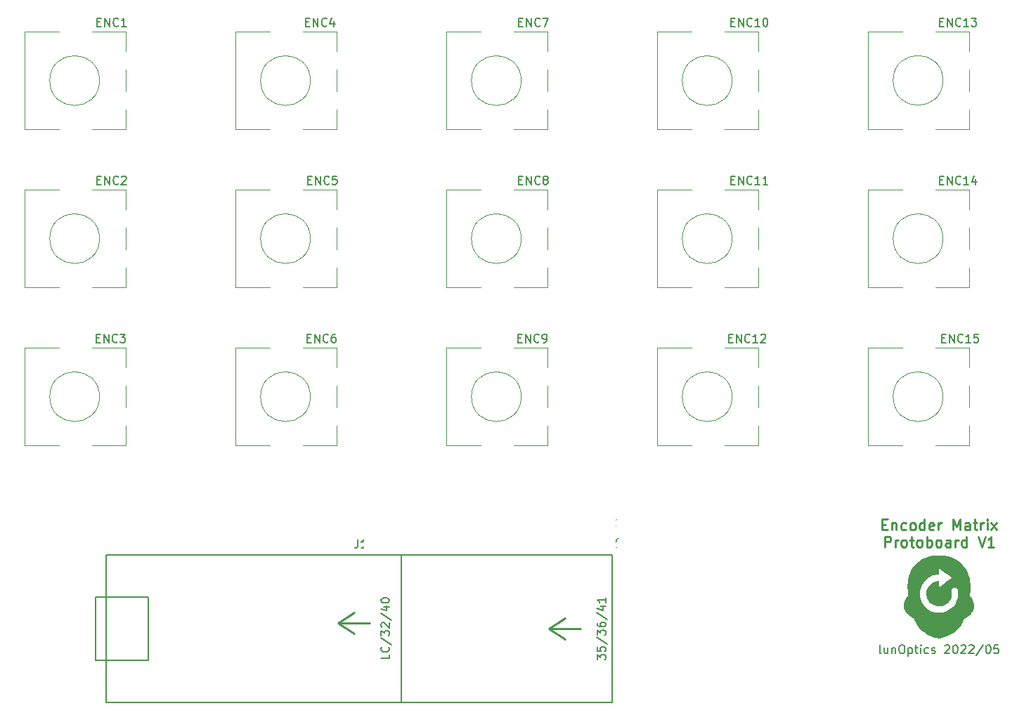
<source format=gbr>
%TF.GenerationSoftware,KiCad,Pcbnew,(6.0.0)*%
%TF.CreationDate,2022-08-09T18:09:24+02:00*%
%TF.ProjectId,matrix,6d617472-6978-42e6-9b69-6361645f7063,rev?*%
%TF.SameCoordinates,Original*%
%TF.FileFunction,Legend,Top*%
%TF.FilePolarity,Positive*%
%FSLAX46Y46*%
G04 Gerber Fmt 4.6, Leading zero omitted, Abs format (unit mm)*
G04 Created by KiCad (PCBNEW (6.0.0)) date 2022-08-09 18:09:24*
%MOMM*%
%LPD*%
G01*
G04 APERTURE LIST*
%ADD10C,0.150000*%
%ADD11C,0.254000*%
%ADD12C,0.203200*%
%ADD13C,0.120000*%
%ADD14C,2.000000*%
%ADD15R,3.200000X2.000000*%
%ADD16C,1.700000*%
%ADD17O,1.700000X1.700000*%
%ADD18C,5.600000*%
%ADD19C,3.600000*%
%ADD20R,1.600000X1.600000*%
%ADD21C,1.600000*%
G04 APERTURE END LIST*
D10*
X-563245000Y49530000D02*
X-565150000Y48260000D01*
D11*
X-561340000Y48260000D02*
X-565150000Y48260000D01*
X-590550000Y48895000D02*
X-588645000Y47625000D01*
X-565150000Y48260000D02*
X-563245000Y46990000D01*
D10*
X-582930000Y57150000D02*
X-582930000Y39370000D01*
D11*
X-565150000Y48260000D02*
X-563245000Y49530000D01*
X-590550000Y48895000D02*
X-588645000Y50165000D01*
X-586740000Y48895000D02*
X-590550000Y48895000D01*
D10*
X-588645000Y50165000D02*
X-590550000Y48895000D01*
D11*
X-524993809Y60803064D02*
X-524570476Y60803064D01*
X-524389047Y60137826D02*
X-524993809Y60137826D01*
X-524993809Y61407826D01*
X-524389047Y61407826D01*
X-523844761Y60984492D02*
X-523844761Y60137826D01*
X-523844761Y60863540D02*
X-523784285Y60924016D01*
X-523663333Y60984492D01*
X-523481904Y60984492D01*
X-523360952Y60924016D01*
X-523300476Y60803064D01*
X-523300476Y60137826D01*
X-522151428Y60198302D02*
X-522272380Y60137826D01*
X-522514285Y60137826D01*
X-522635238Y60198302D01*
X-522695714Y60258778D01*
X-522756190Y60379730D01*
X-522756190Y60742588D01*
X-522695714Y60863540D01*
X-522635238Y60924016D01*
X-522514285Y60984492D01*
X-522272380Y60984492D01*
X-522151428Y60924016D01*
X-521425714Y60137826D02*
X-521546666Y60198302D01*
X-521607142Y60258778D01*
X-521667619Y60379730D01*
X-521667619Y60742588D01*
X-521607142Y60863540D01*
X-521546666Y60924016D01*
X-521425714Y60984492D01*
X-521244285Y60984492D01*
X-521123333Y60924016D01*
X-521062857Y60863540D01*
X-521002380Y60742588D01*
X-521002380Y60379730D01*
X-521062857Y60258778D01*
X-521123333Y60198302D01*
X-521244285Y60137826D01*
X-521425714Y60137826D01*
X-519913809Y60137826D02*
X-519913809Y61407826D01*
X-519913809Y60198302D02*
X-520034761Y60137826D01*
X-520276666Y60137826D01*
X-520397619Y60198302D01*
X-520458095Y60258778D01*
X-520518571Y60379730D01*
X-520518571Y60742588D01*
X-520458095Y60863540D01*
X-520397619Y60924016D01*
X-520276666Y60984492D01*
X-520034761Y60984492D01*
X-519913809Y60924016D01*
X-518825238Y60198302D02*
X-518946190Y60137826D01*
X-519188095Y60137826D01*
X-519309047Y60198302D01*
X-519369523Y60319254D01*
X-519369523Y60803064D01*
X-519309047Y60924016D01*
X-519188095Y60984492D01*
X-518946190Y60984492D01*
X-518825238Y60924016D01*
X-518764761Y60803064D01*
X-518764761Y60682111D01*
X-519369523Y60561159D01*
X-518220476Y60137826D02*
X-518220476Y60984492D01*
X-518220476Y60742588D02*
X-518160000Y60863540D01*
X-518099523Y60924016D01*
X-517978571Y60984492D01*
X-517857619Y60984492D01*
X-516466666Y60137826D02*
X-516466666Y61407826D01*
X-516043333Y60500683D01*
X-515620000Y61407826D01*
X-515620000Y60137826D01*
X-514470952Y60137826D02*
X-514470952Y60803064D01*
X-514531428Y60924016D01*
X-514652380Y60984492D01*
X-514894285Y60984492D01*
X-515015238Y60924016D01*
X-514470952Y60198302D02*
X-514591904Y60137826D01*
X-514894285Y60137826D01*
X-515015238Y60198302D01*
X-515075714Y60319254D01*
X-515075714Y60440207D01*
X-515015238Y60561159D01*
X-514894285Y60621635D01*
X-514591904Y60621635D01*
X-514470952Y60682111D01*
X-514047619Y60984492D02*
X-513563809Y60984492D01*
X-513866190Y61407826D02*
X-513866190Y60319254D01*
X-513805714Y60198302D01*
X-513684761Y60137826D01*
X-513563809Y60137826D01*
X-513140476Y60137826D02*
X-513140476Y60984492D01*
X-513140476Y60742588D02*
X-513080000Y60863540D01*
X-513019523Y60924016D01*
X-512898571Y60984492D01*
X-512777619Y60984492D01*
X-512354285Y60137826D02*
X-512354285Y60984492D01*
X-512354285Y61407826D02*
X-512414761Y61347350D01*
X-512354285Y61286873D01*
X-512293809Y61347350D01*
X-512354285Y61407826D01*
X-512354285Y61286873D01*
X-511870476Y60137826D02*
X-511205238Y60984492D01*
X-511870476Y60984492D02*
X-511205238Y60137826D01*
X-524721666Y58093126D02*
X-524721666Y59363126D01*
X-524237857Y59363126D01*
X-524116904Y59302650D01*
X-524056428Y59242173D01*
X-523995952Y59121221D01*
X-523995952Y58939792D01*
X-524056428Y58818840D01*
X-524116904Y58758364D01*
X-524237857Y58697888D01*
X-524721666Y58697888D01*
X-523451666Y58093126D02*
X-523451666Y58939792D01*
X-523451666Y58697888D02*
X-523391190Y58818840D01*
X-523330714Y58879316D01*
X-523209761Y58939792D01*
X-523088809Y58939792D01*
X-522484047Y58093126D02*
X-522605000Y58153602D01*
X-522665476Y58214078D01*
X-522725952Y58335030D01*
X-522725952Y58697888D01*
X-522665476Y58818840D01*
X-522605000Y58879316D01*
X-522484047Y58939792D01*
X-522302619Y58939792D01*
X-522181666Y58879316D01*
X-522121190Y58818840D01*
X-522060714Y58697888D01*
X-522060714Y58335030D01*
X-522121190Y58214078D01*
X-522181666Y58153602D01*
X-522302619Y58093126D01*
X-522484047Y58093126D01*
X-521697857Y58939792D02*
X-521214047Y58939792D01*
X-521516428Y59363126D02*
X-521516428Y58274554D01*
X-521455952Y58153602D01*
X-521335000Y58093126D01*
X-521214047Y58093126D01*
X-520609285Y58093126D02*
X-520730238Y58153602D01*
X-520790714Y58214078D01*
X-520851190Y58335030D01*
X-520851190Y58697888D01*
X-520790714Y58818840D01*
X-520730238Y58879316D01*
X-520609285Y58939792D01*
X-520427857Y58939792D01*
X-520306904Y58879316D01*
X-520246428Y58818840D01*
X-520185952Y58697888D01*
X-520185952Y58335030D01*
X-520246428Y58214078D01*
X-520306904Y58153602D01*
X-520427857Y58093126D01*
X-520609285Y58093126D01*
X-519641666Y58093126D02*
X-519641666Y59363126D01*
X-519641666Y58879316D02*
X-519520714Y58939792D01*
X-519278809Y58939792D01*
X-519157857Y58879316D01*
X-519097380Y58818840D01*
X-519036904Y58697888D01*
X-519036904Y58335030D01*
X-519097380Y58214078D01*
X-519157857Y58153602D01*
X-519278809Y58093126D01*
X-519520714Y58093126D01*
X-519641666Y58153602D01*
X-518311190Y58093126D02*
X-518432142Y58153602D01*
X-518492619Y58214078D01*
X-518553095Y58335030D01*
X-518553095Y58697888D01*
X-518492619Y58818840D01*
X-518432142Y58879316D01*
X-518311190Y58939792D01*
X-518129761Y58939792D01*
X-518008809Y58879316D01*
X-517948333Y58818840D01*
X-517887857Y58697888D01*
X-517887857Y58335030D01*
X-517948333Y58214078D01*
X-518008809Y58153602D01*
X-518129761Y58093126D01*
X-518311190Y58093126D01*
X-516799285Y58093126D02*
X-516799285Y58758364D01*
X-516859761Y58879316D01*
X-516980714Y58939792D01*
X-517222619Y58939792D01*
X-517343571Y58879316D01*
X-516799285Y58153602D02*
X-516920238Y58093126D01*
X-517222619Y58093126D01*
X-517343571Y58153602D01*
X-517404047Y58274554D01*
X-517404047Y58395507D01*
X-517343571Y58516459D01*
X-517222619Y58576935D01*
X-516920238Y58576935D01*
X-516799285Y58637411D01*
X-516194523Y58093126D02*
X-516194523Y58939792D01*
X-516194523Y58697888D02*
X-516134047Y58818840D01*
X-516073571Y58879316D01*
X-515952619Y58939792D01*
X-515831666Y58939792D01*
X-514864047Y58093126D02*
X-514864047Y59363126D01*
X-514864047Y58153602D02*
X-514985000Y58093126D01*
X-515226904Y58093126D01*
X-515347857Y58153602D01*
X-515408333Y58214078D01*
X-515468809Y58335030D01*
X-515468809Y58697888D01*
X-515408333Y58818840D01*
X-515347857Y58879316D01*
X-515226904Y58939792D01*
X-514985000Y58939792D01*
X-514864047Y58879316D01*
X-513473095Y59363126D02*
X-513049761Y58093126D01*
X-512626428Y59363126D01*
X-511537857Y58093126D02*
X-512263571Y58093126D01*
X-511900714Y58093126D02*
X-511900714Y59363126D01*
X-512021666Y59181697D01*
X-512142619Y59060745D01*
X-512263571Y59000269D01*
D10*
X-559347619Y44498095D02*
X-559347619Y45117142D01*
X-558966666Y44783809D01*
X-558966666Y44926666D01*
X-558919047Y45021904D01*
X-558871428Y45069523D01*
X-558776190Y45117142D01*
X-558538095Y45117142D01*
X-558442857Y45069523D01*
X-558395238Y45021904D01*
X-558347619Y44926666D01*
X-558347619Y44640952D01*
X-558395238Y44545714D01*
X-558442857Y44498095D01*
X-559347619Y46021904D02*
X-559347619Y45545714D01*
X-558871428Y45498095D01*
X-558919047Y45545714D01*
X-558966666Y45640952D01*
X-558966666Y45879047D01*
X-558919047Y45974285D01*
X-558871428Y46021904D01*
X-558776190Y46069523D01*
X-558538095Y46069523D01*
X-558442857Y46021904D01*
X-558395238Y45974285D01*
X-558347619Y45879047D01*
X-558347619Y45640952D01*
X-558395238Y45545714D01*
X-558442857Y45498095D01*
X-559395238Y47212380D02*
X-558109523Y46355238D01*
X-559347619Y47450476D02*
X-559347619Y48069523D01*
X-558966666Y47736190D01*
X-558966666Y47879047D01*
X-558919047Y47974285D01*
X-558871428Y48021904D01*
X-558776190Y48069523D01*
X-558538095Y48069523D01*
X-558442857Y48021904D01*
X-558395238Y47974285D01*
X-558347619Y47879047D01*
X-558347619Y47593333D01*
X-558395238Y47498095D01*
X-558442857Y47450476D01*
X-559347619Y48926666D02*
X-559347619Y48736190D01*
X-559300000Y48640952D01*
X-559252380Y48593333D01*
X-559109523Y48498095D01*
X-558919047Y48450476D01*
X-558538095Y48450476D01*
X-558442857Y48498095D01*
X-558395238Y48545714D01*
X-558347619Y48640952D01*
X-558347619Y48831428D01*
X-558395238Y48926666D01*
X-558442857Y48974285D01*
X-558538095Y49021904D01*
X-558776190Y49021904D01*
X-558871428Y48974285D01*
X-558919047Y48926666D01*
X-558966666Y48831428D01*
X-558966666Y48640952D01*
X-558919047Y48545714D01*
X-558871428Y48498095D01*
X-558776190Y48450476D01*
X-559395238Y50164761D02*
X-558109523Y49307619D01*
X-559014285Y50926666D02*
X-558347619Y50926666D01*
X-559395238Y50688571D02*
X-558680952Y50450476D01*
X-558680952Y51069523D01*
X-558347619Y51974285D02*
X-558347619Y51402857D01*
X-558347619Y51688571D02*
X-559347619Y51688571D01*
X-559204761Y51593333D01*
X-559109523Y51498095D01*
X-559061904Y51402857D01*
X-584382619Y45117142D02*
X-584382619Y44640952D01*
X-585382619Y44640952D01*
X-584477857Y46021904D02*
X-584430238Y45974285D01*
X-584382619Y45831428D01*
X-584382619Y45736190D01*
X-584430238Y45593333D01*
X-584525476Y45498095D01*
X-584620714Y45450476D01*
X-584811190Y45402857D01*
X-584954047Y45402857D01*
X-585144523Y45450476D01*
X-585239761Y45498095D01*
X-585335000Y45593333D01*
X-585382619Y45736190D01*
X-585382619Y45831428D01*
X-585335000Y45974285D01*
X-585287380Y46021904D01*
X-585430238Y47164761D02*
X-584144523Y46307619D01*
X-585382619Y47402857D02*
X-585382619Y48021904D01*
X-585001666Y47688571D01*
X-585001666Y47831428D01*
X-584954047Y47926666D01*
X-584906428Y47974285D01*
X-584811190Y48021904D01*
X-584573095Y48021904D01*
X-584477857Y47974285D01*
X-584430238Y47926666D01*
X-584382619Y47831428D01*
X-584382619Y47545714D01*
X-584430238Y47450476D01*
X-584477857Y47402857D01*
X-585287380Y48402857D02*
X-585335000Y48450476D01*
X-585382619Y48545714D01*
X-585382619Y48783809D01*
X-585335000Y48879047D01*
X-585287380Y48926666D01*
X-585192142Y48974285D01*
X-585096904Y48974285D01*
X-584954047Y48926666D01*
X-584382619Y48355238D01*
X-584382619Y48974285D01*
X-585430238Y50117142D02*
X-584144523Y49260000D01*
X-585049285Y50879047D02*
X-584382619Y50879047D01*
X-585430238Y50640952D02*
X-584715952Y50402857D01*
X-584715952Y51021904D01*
X-585382619Y51593333D02*
X-585382619Y51688571D01*
X-585335000Y51783809D01*
X-585287380Y51831428D01*
X-585192142Y51879047D01*
X-585001666Y51926666D01*
X-584763571Y51926666D01*
X-584573095Y51879047D01*
X-584477857Y51831428D01*
X-584430238Y51783809D01*
X-584382619Y51688571D01*
X-584382619Y51593333D01*
X-584430238Y51498095D01*
X-584477857Y51450476D01*
X-584573095Y51402857D01*
X-584763571Y51355238D01*
X-585001666Y51355238D01*
X-585192142Y51402857D01*
X-585287380Y51450476D01*
X-585335000Y51498095D01*
X-585382619Y51593333D01*
D12*
X-525151047Y45260380D02*
X-525247809Y45308761D01*
X-525296190Y45405523D01*
X-525296190Y46276380D01*
X-524328571Y45937714D02*
X-524328571Y45260380D01*
X-524764000Y45937714D02*
X-524764000Y45405523D01*
X-524715619Y45308761D01*
X-524618857Y45260380D01*
X-524473714Y45260380D01*
X-524376952Y45308761D01*
X-524328571Y45357142D01*
X-523844761Y45937714D02*
X-523844761Y45260380D01*
X-523844761Y45840952D02*
X-523796380Y45889333D01*
X-523699619Y45937714D01*
X-523554476Y45937714D01*
X-523457714Y45889333D01*
X-523409333Y45792571D01*
X-523409333Y45260380D01*
X-522732000Y46276380D02*
X-522538476Y46276380D01*
X-522441714Y46228000D01*
X-522344952Y46131238D01*
X-522296571Y45937714D01*
X-522296571Y45599047D01*
X-522344952Y45405523D01*
X-522441714Y45308761D01*
X-522538476Y45260380D01*
X-522732000Y45260380D01*
X-522828761Y45308761D01*
X-522925523Y45405523D01*
X-522973904Y45599047D01*
X-522973904Y45937714D01*
X-522925523Y46131238D01*
X-522828761Y46228000D01*
X-522732000Y46276380D01*
X-521861142Y45937714D02*
X-521861142Y44921714D01*
X-521861142Y45889333D02*
X-521764380Y45937714D01*
X-521570857Y45937714D01*
X-521474095Y45889333D01*
X-521425714Y45840952D01*
X-521377333Y45744190D01*
X-521377333Y45453904D01*
X-521425714Y45357142D01*
X-521474095Y45308761D01*
X-521570857Y45260380D01*
X-521764380Y45260380D01*
X-521861142Y45308761D01*
X-521087047Y45937714D02*
X-520700000Y45937714D01*
X-520941904Y46276380D02*
X-520941904Y45405523D01*
X-520893523Y45308761D01*
X-520796761Y45260380D01*
X-520700000Y45260380D01*
X-520361333Y45260380D02*
X-520361333Y45937714D01*
X-520361333Y46276380D02*
X-520409714Y46228000D01*
X-520361333Y46179619D01*
X-520312952Y46228000D01*
X-520361333Y46276380D01*
X-520361333Y46179619D01*
X-519442095Y45308761D02*
X-519538857Y45260380D01*
X-519732380Y45260380D01*
X-519829142Y45308761D01*
X-519877523Y45357142D01*
X-519925904Y45453904D01*
X-519925904Y45744190D01*
X-519877523Y45840952D01*
X-519829142Y45889333D01*
X-519732380Y45937714D01*
X-519538857Y45937714D01*
X-519442095Y45889333D01*
X-519055047Y45308761D02*
X-518958285Y45260380D01*
X-518764761Y45260380D01*
X-518668000Y45308761D01*
X-518619619Y45405523D01*
X-518619619Y45453904D01*
X-518668000Y45550666D01*
X-518764761Y45599047D01*
X-518909904Y45599047D01*
X-519006666Y45647428D01*
X-519055047Y45744190D01*
X-519055047Y45792571D01*
X-519006666Y45889333D01*
X-518909904Y45937714D01*
X-518764761Y45937714D01*
X-518668000Y45889333D01*
X-517458476Y46179619D02*
X-517410095Y46228000D01*
X-517313333Y46276380D01*
X-517071428Y46276380D01*
X-516974666Y46228000D01*
X-516926285Y46179619D01*
X-516877904Y46082857D01*
X-516877904Y45986095D01*
X-516926285Y45840952D01*
X-517506857Y45260380D01*
X-516877904Y45260380D01*
X-516248952Y46276380D02*
X-516152190Y46276380D01*
X-516055428Y46228000D01*
X-516007047Y46179619D01*
X-515958666Y46082857D01*
X-515910285Y45889333D01*
X-515910285Y45647428D01*
X-515958666Y45453904D01*
X-516007047Y45357142D01*
X-516055428Y45308761D01*
X-516152190Y45260380D01*
X-516248952Y45260380D01*
X-516345714Y45308761D01*
X-516394095Y45357142D01*
X-516442476Y45453904D01*
X-516490857Y45647428D01*
X-516490857Y45889333D01*
X-516442476Y46082857D01*
X-516394095Y46179619D01*
X-516345714Y46228000D01*
X-516248952Y46276380D01*
X-515523238Y46179619D02*
X-515474857Y46228000D01*
X-515378095Y46276380D01*
X-515136190Y46276380D01*
X-515039428Y46228000D01*
X-514991047Y46179619D01*
X-514942666Y46082857D01*
X-514942666Y45986095D01*
X-514991047Y45840952D01*
X-515571619Y45260380D01*
X-514942666Y45260380D01*
X-514555619Y46179619D02*
X-514507238Y46228000D01*
X-514410476Y46276380D01*
X-514168571Y46276380D01*
X-514071809Y46228000D01*
X-514023428Y46179619D01*
X-513975047Y46082857D01*
X-513975047Y45986095D01*
X-514023428Y45840952D01*
X-514604000Y45260380D01*
X-513975047Y45260380D01*
X-512813904Y46324761D02*
X-513684761Y45018476D01*
X-512281714Y46276380D02*
X-512184952Y46276380D01*
X-512088190Y46228000D01*
X-512039809Y46179619D01*
X-511991428Y46082857D01*
X-511943047Y45889333D01*
X-511943047Y45647428D01*
X-511991428Y45453904D01*
X-512039809Y45357142D01*
X-512088190Y45308761D01*
X-512184952Y45260380D01*
X-512281714Y45260380D01*
X-512378476Y45308761D01*
X-512426857Y45357142D01*
X-512475238Y45453904D01*
X-512523619Y45647428D01*
X-512523619Y45889333D01*
X-512475238Y46082857D01*
X-512426857Y46179619D01*
X-512378476Y46228000D01*
X-512281714Y46276380D01*
X-511023809Y46276380D02*
X-511507619Y46276380D01*
X-511556000Y45792571D01*
X-511507619Y45840952D01*
X-511410857Y45889333D01*
X-511168952Y45889333D01*
X-511072190Y45840952D01*
X-511023809Y45792571D01*
X-510975428Y45695809D01*
X-510975428Y45453904D01*
X-511023809Y45357142D01*
X-511072190Y45308761D01*
X-511168952Y45260380D01*
X-511410857Y45260380D01*
X-511507619Y45308761D01*
X-511556000Y45357142D01*
D10*
%TO.C,ENC4*%
X-594458285Y121356428D02*
X-594124952Y121356428D01*
X-593982095Y120832619D02*
X-594458285Y120832619D01*
X-594458285Y121832619D01*
X-593982095Y121832619D01*
X-593553523Y120832619D02*
X-593553523Y121832619D01*
X-592982095Y120832619D01*
X-592982095Y121832619D01*
X-591934476Y120927857D02*
X-591982095Y120880238D01*
X-592124952Y120832619D01*
X-592220190Y120832619D01*
X-592363047Y120880238D01*
X-592458285Y120975476D01*
X-592505904Y121070714D01*
X-592553523Y121261190D01*
X-592553523Y121404047D01*
X-592505904Y121594523D01*
X-592458285Y121689761D01*
X-592363047Y121785000D01*
X-592220190Y121832619D01*
X-592124952Y121832619D01*
X-591982095Y121785000D01*
X-591934476Y121737380D01*
X-591077333Y121499285D02*
X-591077333Y120832619D01*
X-591315428Y121880238D02*
X-591553523Y121165952D01*
X-590934476Y121165952D01*
%TO.C,ENC10*%
X-543224404Y121356428D02*
X-542891071Y121356428D01*
X-542748214Y120832619D02*
X-543224404Y120832619D01*
X-543224404Y121832619D01*
X-542748214Y121832619D01*
X-542319642Y120832619D02*
X-542319642Y121832619D01*
X-541748214Y120832619D01*
X-541748214Y121832619D01*
X-540700595Y120927857D02*
X-540748214Y120880238D01*
X-540891071Y120832619D01*
X-540986309Y120832619D01*
X-541129166Y120880238D01*
X-541224404Y120975476D01*
X-541272023Y121070714D01*
X-541319642Y121261190D01*
X-541319642Y121404047D01*
X-541272023Y121594523D01*
X-541224404Y121689761D01*
X-541129166Y121785000D01*
X-540986309Y121832619D01*
X-540891071Y121832619D01*
X-540748214Y121785000D01*
X-540700595Y121737380D01*
X-539748214Y120832619D02*
X-540319642Y120832619D01*
X-540033928Y120832619D02*
X-540033928Y121832619D01*
X-540129166Y121689761D01*
X-540224404Y121594523D01*
X-540319642Y121546904D01*
X-539129166Y121832619D02*
X-539033928Y121832619D01*
X-538938690Y121785000D01*
X-538891071Y121737380D01*
X-538843452Y121642142D01*
X-538795833Y121451666D01*
X-538795833Y121213571D01*
X-538843452Y121023095D01*
X-538891071Y120927857D01*
X-538938690Y120880238D01*
X-539033928Y120832619D01*
X-539129166Y120832619D01*
X-539224404Y120880238D01*
X-539272023Y120927857D01*
X-539319642Y121023095D01*
X-539367261Y121213571D01*
X-539367261Y121451666D01*
X-539319642Y121642142D01*
X-539272023Y121737380D01*
X-539224404Y121785000D01*
X-539129166Y121832619D01*
%TO.C,ENC7*%
X-568769285Y121356428D02*
X-568435952Y121356428D01*
X-568293095Y120832619D02*
X-568769285Y120832619D01*
X-568769285Y121832619D01*
X-568293095Y121832619D01*
X-567864523Y120832619D02*
X-567864523Y121832619D01*
X-567293095Y120832619D01*
X-567293095Y121832619D01*
X-566245476Y120927857D02*
X-566293095Y120880238D01*
X-566435952Y120832619D01*
X-566531190Y120832619D01*
X-566674047Y120880238D01*
X-566769285Y120975476D01*
X-566816904Y121070714D01*
X-566864523Y121261190D01*
X-566864523Y121404047D01*
X-566816904Y121594523D01*
X-566769285Y121689761D01*
X-566674047Y121785000D01*
X-566531190Y121832619D01*
X-566435952Y121832619D01*
X-566293095Y121785000D01*
X-566245476Y121737380D01*
X-565912142Y121832619D02*
X-565245476Y121832619D01*
X-565674047Y120832619D01*
%TO.C,J2*%
X-557017619Y58086666D02*
X-556303333Y58086666D01*
X-556160476Y58039047D01*
X-556065238Y57943809D01*
X-556017619Y57800952D01*
X-556017619Y57705714D01*
X-556922380Y58515238D02*
X-556970000Y58562857D01*
X-557017619Y58658095D01*
X-557017619Y58896190D01*
X-556970000Y58991428D01*
X-556922380Y59039047D01*
X-556827142Y59086666D01*
X-556731904Y59086666D01*
X-556589047Y59039047D01*
X-556017619Y58467619D01*
X-556017619Y59086666D01*
%TO.C,ENC1*%
X-619569285Y121356428D02*
X-619235952Y121356428D01*
X-619093095Y120832619D02*
X-619569285Y120832619D01*
X-619569285Y121832619D01*
X-619093095Y121832619D01*
X-618664523Y120832619D02*
X-618664523Y121832619D01*
X-618093095Y120832619D01*
X-618093095Y121832619D01*
X-617045476Y120927857D02*
X-617093095Y120880238D01*
X-617235952Y120832619D01*
X-617331190Y120832619D01*
X-617474047Y120880238D01*
X-617569285Y120975476D01*
X-617616904Y121070714D01*
X-617664523Y121261190D01*
X-617664523Y121404047D01*
X-617616904Y121594523D01*
X-617569285Y121689761D01*
X-617474047Y121785000D01*
X-617331190Y121832619D01*
X-617235952Y121832619D01*
X-617093095Y121785000D01*
X-617045476Y121737380D01*
X-616093095Y120832619D02*
X-616664523Y120832619D01*
X-616378809Y120832619D02*
X-616378809Y121832619D01*
X-616474047Y121689761D01*
X-616569285Y121594523D01*
X-616664523Y121546904D01*
%TO.C,ENC15*%
X-517824404Y83256428D02*
X-517491071Y83256428D01*
X-517348214Y82732619D02*
X-517824404Y82732619D01*
X-517824404Y83732619D01*
X-517348214Y83732619D01*
X-516919642Y82732619D02*
X-516919642Y83732619D01*
X-516348214Y82732619D01*
X-516348214Y83732619D01*
X-515300595Y82827857D02*
X-515348214Y82780238D01*
X-515491071Y82732619D01*
X-515586309Y82732619D01*
X-515729166Y82780238D01*
X-515824404Y82875476D01*
X-515872023Y82970714D01*
X-515919642Y83161190D01*
X-515919642Y83304047D01*
X-515872023Y83494523D01*
X-515824404Y83589761D01*
X-515729166Y83685000D01*
X-515586309Y83732619D01*
X-515491071Y83732619D01*
X-515348214Y83685000D01*
X-515300595Y83637380D01*
X-514348214Y82732619D02*
X-514919642Y82732619D01*
X-514633928Y82732619D02*
X-514633928Y83732619D01*
X-514729166Y83589761D01*
X-514824404Y83494523D01*
X-514919642Y83446904D01*
X-513443452Y83732619D02*
X-513919642Y83732619D01*
X-513967261Y83256428D01*
X-513919642Y83304047D01*
X-513824404Y83351666D01*
X-513586309Y83351666D01*
X-513491071Y83304047D01*
X-513443452Y83256428D01*
X-513395833Y83161190D01*
X-513395833Y82923095D01*
X-513443452Y82827857D01*
X-513491071Y82780238D01*
X-513586309Y82732619D01*
X-513824404Y82732619D01*
X-513919642Y82780238D01*
X-513967261Y82827857D01*
%TO.C,ENC8*%
X-568769285Y102306428D02*
X-568435952Y102306428D01*
X-568293095Y101782619D02*
X-568769285Y101782619D01*
X-568769285Y102782619D01*
X-568293095Y102782619D01*
X-567864523Y101782619D02*
X-567864523Y102782619D01*
X-567293095Y101782619D01*
X-567293095Y102782619D01*
X-566245476Y101877857D02*
X-566293095Y101830238D01*
X-566435952Y101782619D01*
X-566531190Y101782619D01*
X-566674047Y101830238D01*
X-566769285Y101925476D01*
X-566816904Y102020714D01*
X-566864523Y102211190D01*
X-566864523Y102354047D01*
X-566816904Y102544523D01*
X-566769285Y102639761D01*
X-566674047Y102735000D01*
X-566531190Y102782619D01*
X-566435952Y102782619D01*
X-566293095Y102735000D01*
X-566245476Y102687380D01*
X-565674047Y102354047D02*
X-565769285Y102401666D01*
X-565816904Y102449285D01*
X-565864523Y102544523D01*
X-565864523Y102592142D01*
X-565816904Y102687380D01*
X-565769285Y102735000D01*
X-565674047Y102782619D01*
X-565483571Y102782619D01*
X-565388333Y102735000D01*
X-565340714Y102687380D01*
X-565293095Y102592142D01*
X-565293095Y102544523D01*
X-565340714Y102449285D01*
X-565388333Y102401666D01*
X-565483571Y102354047D01*
X-565674047Y102354047D01*
X-565769285Y102306428D01*
X-565816904Y102258809D01*
X-565864523Y102163571D01*
X-565864523Y101973095D01*
X-565816904Y101877857D01*
X-565769285Y101830238D01*
X-565674047Y101782619D01*
X-565483571Y101782619D01*
X-565388333Y101830238D01*
X-565340714Y101877857D01*
X-565293095Y101973095D01*
X-565293095Y102163571D01*
X-565340714Y102258809D01*
X-565388333Y102306428D01*
X-565483571Y102354047D01*
%TO.C,ENC6*%
X-594278404Y83256428D02*
X-593945071Y83256428D01*
X-593802214Y82732619D02*
X-594278404Y82732619D01*
X-594278404Y83732619D01*
X-593802214Y83732619D01*
X-593373642Y82732619D02*
X-593373642Y83732619D01*
X-592802214Y82732619D01*
X-592802214Y83732619D01*
X-591754595Y82827857D02*
X-591802214Y82780238D01*
X-591945071Y82732619D01*
X-592040309Y82732619D01*
X-592183166Y82780238D01*
X-592278404Y82875476D01*
X-592326023Y82970714D01*
X-592373642Y83161190D01*
X-592373642Y83304047D01*
X-592326023Y83494523D01*
X-592278404Y83589761D01*
X-592183166Y83685000D01*
X-592040309Y83732619D01*
X-591945071Y83732619D01*
X-591802214Y83685000D01*
X-591754595Y83637380D01*
X-590897452Y83732619D02*
X-591087928Y83732619D01*
X-591183166Y83685000D01*
X-591230785Y83637380D01*
X-591326023Y83494523D01*
X-591373642Y83304047D01*
X-591373642Y82923095D01*
X-591326023Y82827857D01*
X-591278404Y82780238D01*
X-591183166Y82732619D01*
X-590992690Y82732619D01*
X-590897452Y82780238D01*
X-590849833Y82827857D01*
X-590802214Y82923095D01*
X-590802214Y83161190D01*
X-590849833Y83256428D01*
X-590897452Y83304047D01*
X-590992690Y83351666D01*
X-591183166Y83351666D01*
X-591278404Y83304047D01*
X-591326023Y83256428D01*
X-591373642Y83161190D01*
%TO.C,ENC14*%
X-518078404Y102306428D02*
X-517745071Y102306428D01*
X-517602214Y101782619D02*
X-518078404Y101782619D01*
X-518078404Y102782619D01*
X-517602214Y102782619D01*
X-517173642Y101782619D02*
X-517173642Y102782619D01*
X-516602214Y101782619D01*
X-516602214Y102782619D01*
X-515554595Y101877857D02*
X-515602214Y101830238D01*
X-515745071Y101782619D01*
X-515840309Y101782619D01*
X-515983166Y101830238D01*
X-516078404Y101925476D01*
X-516126023Y102020714D01*
X-516173642Y102211190D01*
X-516173642Y102354047D01*
X-516126023Y102544523D01*
X-516078404Y102639761D01*
X-515983166Y102735000D01*
X-515840309Y102782619D01*
X-515745071Y102782619D01*
X-515602214Y102735000D01*
X-515554595Y102687380D01*
X-514602214Y101782619D02*
X-515173642Y101782619D01*
X-514887928Y101782619D02*
X-514887928Y102782619D01*
X-514983166Y102639761D01*
X-515078404Y102544523D01*
X-515173642Y102496904D01*
X-513745071Y102449285D02*
X-513745071Y101782619D01*
X-513983166Y102830238D02*
X-514221261Y102115952D01*
X-513602214Y102115952D01*
%TO.C,ENC5*%
X-594169285Y102306428D02*
X-593835952Y102306428D01*
X-593693095Y101782619D02*
X-594169285Y101782619D01*
X-594169285Y102782619D01*
X-593693095Y102782619D01*
X-593264523Y101782619D02*
X-593264523Y102782619D01*
X-592693095Y101782619D01*
X-592693095Y102782619D01*
X-591645476Y101877857D02*
X-591693095Y101830238D01*
X-591835952Y101782619D01*
X-591931190Y101782619D01*
X-592074047Y101830238D01*
X-592169285Y101925476D01*
X-592216904Y102020714D01*
X-592264523Y102211190D01*
X-592264523Y102354047D01*
X-592216904Y102544523D01*
X-592169285Y102639761D01*
X-592074047Y102735000D01*
X-591931190Y102782619D01*
X-591835952Y102782619D01*
X-591693095Y102735000D01*
X-591645476Y102687380D01*
X-590740714Y102782619D02*
X-591216904Y102782619D01*
X-591264523Y102306428D01*
X-591216904Y102354047D01*
X-591121666Y102401666D01*
X-590883571Y102401666D01*
X-590788333Y102354047D01*
X-590740714Y102306428D01*
X-590693095Y102211190D01*
X-590693095Y101973095D01*
X-590740714Y101877857D01*
X-590788333Y101830238D01*
X-590883571Y101782619D01*
X-591121666Y101782619D01*
X-591216904Y101830238D01*
X-591264523Y101877857D01*
%TO.C,ENC13*%
X-518078404Y121356418D02*
X-517745071Y121356418D01*
X-517602214Y120832609D02*
X-518078404Y120832609D01*
X-518078404Y121832609D01*
X-517602214Y121832609D01*
X-517173642Y120832609D02*
X-517173642Y121832609D01*
X-516602214Y120832609D01*
X-516602214Y121832609D01*
X-515554595Y120927847D02*
X-515602214Y120880228D01*
X-515745071Y120832609D01*
X-515840309Y120832609D01*
X-515983166Y120880228D01*
X-516078404Y120975466D01*
X-516126023Y121070704D01*
X-516173642Y121261180D01*
X-516173642Y121404037D01*
X-516126023Y121594513D01*
X-516078404Y121689751D01*
X-515983166Y121784990D01*
X-515840309Y121832609D01*
X-515745071Y121832609D01*
X-515602214Y121784990D01*
X-515554595Y121737370D01*
X-514602214Y120832609D02*
X-515173642Y120832609D01*
X-514887928Y120832609D02*
X-514887928Y121832609D01*
X-514983166Y121689751D01*
X-515078404Y121594513D01*
X-515173642Y121546894D01*
X-514268880Y121832609D02*
X-513649833Y121832609D01*
X-513983166Y121451656D01*
X-513840309Y121451656D01*
X-513745071Y121404037D01*
X-513697452Y121356418D01*
X-513649833Y121261180D01*
X-513649833Y121023085D01*
X-513697452Y120927847D01*
X-513745071Y120880228D01*
X-513840309Y120832609D01*
X-514126023Y120832609D01*
X-514221261Y120880228D01*
X-514268880Y120927847D01*
%TO.C,ENC9*%
X-568878404Y83256428D02*
X-568545071Y83256428D01*
X-568402214Y82732619D02*
X-568878404Y82732619D01*
X-568878404Y83732619D01*
X-568402214Y83732619D01*
X-567973642Y82732619D02*
X-567973642Y83732619D01*
X-567402214Y82732619D01*
X-567402214Y83732619D01*
X-566354595Y82827857D02*
X-566402214Y82780238D01*
X-566545071Y82732619D01*
X-566640309Y82732619D01*
X-566783166Y82780238D01*
X-566878404Y82875476D01*
X-566926023Y82970714D01*
X-566973642Y83161190D01*
X-566973642Y83304047D01*
X-566926023Y83494523D01*
X-566878404Y83589761D01*
X-566783166Y83685000D01*
X-566640309Y83732619D01*
X-566545071Y83732619D01*
X-566402214Y83685000D01*
X-566354595Y83637380D01*
X-565878404Y82732619D02*
X-565687928Y82732619D01*
X-565592690Y82780238D01*
X-565545071Y82827857D01*
X-565449833Y82970714D01*
X-565402214Y83161190D01*
X-565402214Y83542142D01*
X-565449833Y83637380D01*
X-565497452Y83685000D01*
X-565592690Y83732619D01*
X-565783166Y83732619D01*
X-565878404Y83685000D01*
X-565926023Y83637380D01*
X-565973642Y83542142D01*
X-565973642Y83304047D01*
X-565926023Y83208809D01*
X-565878404Y83161190D01*
X-565783166Y83113571D01*
X-565592690Y83113571D01*
X-565497452Y83161190D01*
X-565449833Y83208809D01*
X-565402214Y83304047D01*
%TO.C,ENC12*%
X-543478404Y83256428D02*
X-543145071Y83256428D01*
X-543002214Y82732619D02*
X-543478404Y82732619D01*
X-543478404Y83732619D01*
X-543002214Y83732619D01*
X-542573642Y82732619D02*
X-542573642Y83732619D01*
X-542002214Y82732619D01*
X-542002214Y83732619D01*
X-540954595Y82827857D02*
X-541002214Y82780238D01*
X-541145071Y82732619D01*
X-541240309Y82732619D01*
X-541383166Y82780238D01*
X-541478404Y82875476D01*
X-541526023Y82970714D01*
X-541573642Y83161190D01*
X-541573642Y83304047D01*
X-541526023Y83494523D01*
X-541478404Y83589761D01*
X-541383166Y83685000D01*
X-541240309Y83732619D01*
X-541145071Y83732619D01*
X-541002214Y83685000D01*
X-540954595Y83637380D01*
X-540002214Y82732619D02*
X-540573642Y82732619D01*
X-540287928Y82732619D02*
X-540287928Y83732619D01*
X-540383166Y83589761D01*
X-540478404Y83494523D01*
X-540573642Y83446904D01*
X-539621261Y83637380D02*
X-539573642Y83685000D01*
X-539478404Y83732619D01*
X-539240309Y83732619D01*
X-539145071Y83685000D01*
X-539097452Y83637380D01*
X-539049833Y83542142D01*
X-539049833Y83446904D01*
X-539097452Y83304047D01*
X-539668880Y82732619D01*
X-539049833Y82732619D01*
%TO.C,ENC11*%
X-543224404Y102306428D02*
X-542891071Y102306428D01*
X-542748214Y101782619D02*
X-543224404Y101782619D01*
X-543224404Y102782619D01*
X-542748214Y102782619D01*
X-542319642Y101782619D02*
X-542319642Y102782619D01*
X-541748214Y101782619D01*
X-541748214Y102782619D01*
X-540700595Y101877857D02*
X-540748214Y101830238D01*
X-540891071Y101782619D01*
X-540986309Y101782619D01*
X-541129166Y101830238D01*
X-541224404Y101925476D01*
X-541272023Y102020714D01*
X-541319642Y102211190D01*
X-541319642Y102354047D01*
X-541272023Y102544523D01*
X-541224404Y102639761D01*
X-541129166Y102735000D01*
X-540986309Y102782619D01*
X-540891071Y102782619D01*
X-540748214Y102735000D01*
X-540700595Y102687380D01*
X-539748214Y101782619D02*
X-540319642Y101782619D01*
X-540033928Y101782619D02*
X-540033928Y102782619D01*
X-540129166Y102639761D01*
X-540224404Y102544523D01*
X-540319642Y102496904D01*
X-538795833Y101782619D02*
X-539367261Y101782619D01*
X-539081547Y101782619D02*
X-539081547Y102782619D01*
X-539176785Y102639761D01*
X-539272023Y102544523D01*
X-539367261Y102496904D01*
%TO.C,J1*%
X-557017619Y60626666D02*
X-556303333Y60626666D01*
X-556160476Y60579047D01*
X-556065238Y60483809D01*
X-556017619Y60340952D01*
X-556017619Y60245714D01*
X-556017619Y61626666D02*
X-556017619Y61055238D01*
X-556017619Y61340952D02*
X-557017619Y61340952D01*
X-556874761Y61245714D01*
X-556779523Y61150476D01*
X-556731904Y61055238D01*
%TO.C,ENC2*%
X-619569285Y102306428D02*
X-619235952Y102306428D01*
X-619093095Y101782619D02*
X-619569285Y101782619D01*
X-619569285Y102782619D01*
X-619093095Y102782619D01*
X-618664523Y101782619D02*
X-618664523Y102782619D01*
X-618093095Y101782619D01*
X-618093095Y102782619D01*
X-617045476Y101877857D02*
X-617093095Y101830238D01*
X-617235952Y101782619D01*
X-617331190Y101782619D01*
X-617474047Y101830238D01*
X-617569285Y101925476D01*
X-617616904Y102020714D01*
X-617664523Y102211190D01*
X-617664523Y102354047D01*
X-617616904Y102544523D01*
X-617569285Y102639761D01*
X-617474047Y102735000D01*
X-617331190Y102782619D01*
X-617235952Y102782619D01*
X-617093095Y102735000D01*
X-617045476Y102687380D01*
X-616664523Y102687380D02*
X-616616904Y102735000D01*
X-616521666Y102782619D01*
X-616283571Y102782619D01*
X-616188333Y102735000D01*
X-616140714Y102687380D01*
X-616093095Y102592142D01*
X-616093095Y102496904D01*
X-616140714Y102354047D01*
X-616712142Y101782619D01*
X-616093095Y101782619D01*
%TO.C,U1*%
X-588771904Y58967619D02*
X-588771904Y58158095D01*
X-588724285Y58062857D01*
X-588676666Y58015238D01*
X-588581428Y57967619D01*
X-588390952Y57967619D01*
X-588295714Y58015238D01*
X-588248095Y58062857D01*
X-588200476Y58158095D01*
X-588200476Y58967619D01*
X-587200476Y57967619D02*
X-587771904Y57967619D01*
X-587486190Y57967619D02*
X-587486190Y58967619D01*
X-587581428Y58824761D01*
X-587676666Y58729523D01*
X-587771904Y58681904D01*
%TO.C,ENC3*%
X-619678404Y83256428D02*
X-619345071Y83256428D01*
X-619202214Y82732619D02*
X-619678404Y82732619D01*
X-619678404Y83732619D01*
X-619202214Y83732619D01*
X-618773642Y82732619D02*
X-618773642Y83732619D01*
X-618202214Y82732619D01*
X-618202214Y83732619D01*
X-617154595Y82827857D02*
X-617202214Y82780238D01*
X-617345071Y82732619D01*
X-617440309Y82732619D01*
X-617583166Y82780238D01*
X-617678404Y82875476D01*
X-617726023Y82970714D01*
X-617773642Y83161190D01*
X-617773642Y83304047D01*
X-617726023Y83494523D01*
X-617678404Y83589761D01*
X-617583166Y83685000D01*
X-617440309Y83732619D01*
X-617345071Y83732619D01*
X-617202214Y83685000D01*
X-617154595Y83637380D01*
X-616821261Y83732619D02*
X-616202214Y83732619D01*
X-616535547Y83351666D01*
X-616392690Y83351666D01*
X-616297452Y83304047D01*
X-616249833Y83256428D01*
X-616202214Y83161190D01*
X-616202214Y82923095D01*
X-616249833Y82827857D01*
X-616297452Y82780238D01*
X-616392690Y82732619D01*
X-616678404Y82732619D01*
X-616773642Y82780238D01*
X-616821261Y82827857D01*
D13*
%TO.C,ENC4*%
X-590694000Y108420000D02*
X-594794000Y108420000D01*
X-598794000Y120220000D02*
X-602894000Y120220000D01*
X-590694000Y115620000D02*
X-590694000Y113020000D01*
X-590694000Y120220000D02*
X-590694000Y117820000D01*
X-598794000Y108420000D02*
X-602894000Y108420000D01*
X-590694000Y110820000D02*
X-590694000Y108420000D01*
X-594794000Y120220000D02*
X-590694000Y120220000D01*
X-602894000Y120220000D02*
X-602894000Y108420000D01*
X-593900000Y114300000D02*
G75*
G03*
X-593900000Y114300000I-3000000J0D01*
G01*
%TO.C,ENC10*%
X-539894000Y115620000D02*
X-539894000Y113020000D01*
X-539894000Y110820000D02*
X-539894000Y108420000D01*
X-552094000Y120220000D02*
X-552094000Y108420000D01*
X-547994000Y108420000D02*
X-552094000Y108420000D01*
X-543994000Y120220000D02*
X-539894000Y120220000D01*
X-539894000Y108420000D02*
X-543994000Y108420000D01*
X-547994000Y120220000D02*
X-552094000Y120220000D01*
X-539894000Y120220000D02*
X-539894000Y117820000D01*
X-543100000Y114300000D02*
G75*
G03*
X-543100000Y114300000I-3000000J0D01*
G01*
%TO.C,ENC7*%
X-565294000Y115620000D02*
X-565294000Y113020000D01*
X-573394000Y108420000D02*
X-577494000Y108420000D01*
X-565294000Y108420000D02*
X-569394000Y108420000D01*
X-569394000Y120220000D02*
X-565294000Y120220000D01*
X-565294000Y110820000D02*
X-565294000Y108420000D01*
X-573394000Y120220000D02*
X-577494000Y120220000D01*
X-577494000Y120220000D02*
X-577494000Y108420000D01*
X-565294000Y120220000D02*
X-565294000Y117820000D01*
X-568500000Y114300000D02*
G75*
G03*
X-568500000Y114300000I-3000000J0D01*
G01*
%TO.C,ENC1*%
X-628294000Y120220000D02*
X-628294000Y108420000D01*
X-620194000Y120220000D02*
X-616094000Y120220000D01*
X-616094000Y108420000D02*
X-620194000Y108420000D01*
X-624194000Y120220000D02*
X-628294000Y120220000D01*
X-616094000Y120220000D02*
X-616094000Y117820000D01*
X-616094000Y110820000D02*
X-616094000Y108420000D01*
X-616094000Y115620000D02*
X-616094000Y113020000D01*
X-624194000Y108420000D02*
X-628294000Y108420000D01*
X-619300000Y114300000D02*
G75*
G03*
X-619300000Y114300000I-3000000J0D01*
G01*
%TO.C,ENC15*%
X-514494000Y77520000D02*
X-514494000Y74920000D01*
X-526694000Y82120000D02*
X-526694000Y70320000D01*
X-514494000Y72720000D02*
X-514494000Y70320000D01*
X-514494000Y82120000D02*
X-514494000Y79720000D01*
X-514494000Y70320000D02*
X-518594000Y70320000D01*
X-518594000Y82120000D02*
X-514494000Y82120000D01*
X-522594000Y82120000D02*
X-526694000Y82120000D01*
X-522594000Y70320000D02*
X-526694000Y70320000D01*
X-517700000Y76200000D02*
G75*
G03*
X-517700000Y76200000I-3000000J0D01*
G01*
%TO.C,ENC8*%
X-565294000Y89370000D02*
X-569394000Y89370000D01*
X-565294000Y101170000D02*
X-565294000Y98770000D01*
X-565294000Y96570000D02*
X-565294000Y93970000D01*
X-573394000Y89370000D02*
X-577494000Y89370000D01*
X-565294000Y91770000D02*
X-565294000Y89370000D01*
X-577494000Y101170000D02*
X-577494000Y89370000D01*
X-569394000Y101170000D02*
X-565294000Y101170000D01*
X-573394000Y101170000D02*
X-577494000Y101170000D01*
X-568500000Y95250000D02*
G75*
G03*
X-568500000Y95250000I-3000000J0D01*
G01*
%TO.C,ENC6*%
X-590694000Y70320000D02*
X-594794000Y70320000D01*
X-602894000Y82120000D02*
X-602894000Y70320000D01*
X-594794000Y82120000D02*
X-590694000Y82120000D01*
X-598794000Y70320000D02*
X-602894000Y70320000D01*
X-590694000Y77520000D02*
X-590694000Y74920000D01*
X-590694000Y82120000D02*
X-590694000Y79720000D01*
X-598794000Y82120000D02*
X-602894000Y82120000D01*
X-590694000Y72720000D02*
X-590694000Y70320000D01*
X-593900000Y76200000D02*
G75*
G03*
X-593900000Y76200000I-3000000J0D01*
G01*
%TO.C,ENC14*%
X-518594000Y101170000D02*
X-514494000Y101170000D01*
X-514494000Y96570000D02*
X-514494000Y93970000D01*
X-522594000Y89370000D02*
X-526694000Y89370000D01*
X-526694000Y101170000D02*
X-526694000Y89370000D01*
X-514494000Y101170000D02*
X-514494000Y98770000D01*
X-522594000Y101170000D02*
X-526694000Y101170000D01*
X-514494000Y91770000D02*
X-514494000Y89370000D01*
X-514494000Y89370000D02*
X-518594000Y89370000D01*
X-517700000Y95250000D02*
G75*
G03*
X-517700000Y95250000I-3000000J0D01*
G01*
%TO.C,ENC5*%
X-590694000Y91770000D02*
X-590694000Y89370000D01*
X-590694000Y96570000D02*
X-590694000Y93970000D01*
X-594794000Y101170000D02*
X-590694000Y101170000D01*
X-602894000Y101170000D02*
X-602894000Y89370000D01*
X-598794000Y101170000D02*
X-602894000Y101170000D01*
X-590694000Y89370000D02*
X-594794000Y89370000D01*
X-598794000Y89370000D02*
X-602894000Y89370000D01*
X-590694000Y101170000D02*
X-590694000Y98770000D01*
X-593900000Y95250000D02*
G75*
G03*
X-593900000Y95250000I-3000000J0D01*
G01*
%TO.C,ENC13*%
X-518594000Y120239990D02*
X-514494000Y120239990D01*
X-514494000Y115639990D02*
X-514494000Y113039990D01*
X-522594000Y120239990D02*
X-526694000Y120239990D01*
X-522594000Y108439990D02*
X-526694000Y108439990D01*
X-514494000Y108439990D02*
X-518594000Y108439990D01*
X-526694000Y120239990D02*
X-526694000Y108439990D01*
X-514494000Y110839990D02*
X-514494000Y108439990D01*
X-514494000Y120239990D02*
X-514494000Y117839990D01*
X-517700000Y114319990D02*
G75*
G03*
X-517700000Y114319990I-3000000J0D01*
G01*
%TO.C,ENC9*%
X-565294000Y82120000D02*
X-565294000Y79720000D01*
X-573394000Y70320000D02*
X-577494000Y70320000D01*
X-569394000Y82120000D02*
X-565294000Y82120000D01*
X-565294000Y70320000D02*
X-569394000Y70320000D01*
X-565294000Y72720000D02*
X-565294000Y70320000D01*
X-565294000Y77520000D02*
X-565294000Y74920000D01*
X-573394000Y82120000D02*
X-577494000Y82120000D01*
X-577494000Y82120000D02*
X-577494000Y70320000D01*
X-568500000Y76200000D02*
G75*
G03*
X-568500000Y76200000I-3000000J0D01*
G01*
%TO.C,G\u002A\u002A\u002A*%
G36*
X-521942198Y52777125D02*
G01*
X-521960528Y53140501D01*
X-521956655Y53503104D01*
X-521930940Y53857182D01*
X-521883746Y54194983D01*
X-521815437Y54508756D01*
X-521801188Y54561154D01*
X-521683823Y54911418D01*
X-521535500Y55238330D01*
X-521357135Y55541142D01*
X-521149645Y55819108D01*
X-520913946Y56071479D01*
X-520650957Y56297509D01*
X-520361592Y56496452D01*
X-520046769Y56667558D01*
X-519707405Y56810082D01*
X-519344415Y56923276D01*
X-518958718Y57006393D01*
X-518765693Y57035399D01*
X-518636739Y57047859D01*
X-518479463Y57056271D01*
X-518303592Y57060701D01*
X-518118849Y57061215D01*
X-517934963Y57057877D01*
X-517761658Y57050754D01*
X-517608661Y57039911D01*
X-517494982Y57026822D01*
X-517102269Y56951879D01*
X-516732860Y56846903D01*
X-516387469Y56712413D01*
X-516066812Y56548927D01*
X-515771604Y56356964D01*
X-515502561Y56137043D01*
X-515260398Y55889680D01*
X-515045830Y55615396D01*
X-514859573Y55314708D01*
X-514711468Y55009674D01*
X-514587337Y54673633D01*
X-514491398Y54313957D01*
X-514424272Y53934707D01*
X-514386584Y53539942D01*
X-514378955Y53133722D01*
X-514388096Y52901895D01*
X-514396499Y52774307D01*
X-514406137Y52647158D01*
X-514416130Y52530910D01*
X-514425596Y52436026D01*
X-514431342Y52388607D01*
X-514453305Y52228522D01*
X-514360381Y52125169D01*
X-514203283Y51923094D01*
X-514082253Y51706255D01*
X-513997100Y51474153D01*
X-513947635Y51226287D01*
X-513933522Y51005154D01*
X-513935126Y50906789D01*
X-513940650Y50813206D01*
X-513949140Y50737214D01*
X-513956072Y50702308D01*
X-514040462Y50466163D01*
X-514159827Y50241155D01*
X-514310712Y50031328D01*
X-514489663Y49840723D01*
X-514693227Y49673382D01*
X-514917951Y49533348D01*
X-514983269Y49500033D01*
X-515163630Y49412292D01*
X-515196444Y49308195D01*
X-515226989Y49225775D01*
X-515272558Y49120724D01*
X-515327893Y49003813D01*
X-515387737Y48885812D01*
X-515446833Y48777492D01*
X-515493480Y48699616D01*
X-515683901Y48434930D01*
X-515907997Y48183214D01*
X-516161572Y47947808D01*
X-516440430Y47732057D01*
X-516740372Y47539302D01*
X-517057203Y47372885D01*
X-517280770Y47276227D01*
X-517554965Y47179800D01*
X-517812659Y47113628D01*
X-518052099Y47077983D01*
X-518271529Y47073132D01*
X-518454386Y47096133D01*
X-518709168Y47161560D01*
X-518975853Y47252224D01*
X-519241489Y47363211D01*
X-519493121Y47489605D01*
X-519496640Y47491547D01*
X-519819058Y47689035D01*
X-520113644Y47909107D01*
X-520378861Y48150052D01*
X-520613171Y48410158D01*
X-520815035Y48687711D01*
X-520982917Y48981001D01*
X-521115277Y49288314D01*
X-521118588Y49297466D01*
X-521146180Y49371552D01*
X-521168788Y49418444D01*
X-521194286Y49447850D01*
X-521230547Y49469476D01*
X-521273039Y49487883D01*
X-521411196Y49557377D01*
X-521560733Y49653638D01*
X-521713133Y49769800D01*
X-521859878Y49898997D01*
X-521992450Y50034365D01*
X-522078423Y50137064D01*
X-522214294Y50340652D01*
X-522311633Y50549179D01*
X-522370814Y50763935D01*
X-522392210Y50986209D01*
X-522381093Y51181000D01*
X-522334007Y51437335D01*
X-522259164Y51671375D01*
X-522157636Y51880581D01*
X-522030498Y52062416D01*
X-521987624Y52111140D01*
X-521873446Y52234145D01*
X-521901238Y52420304D01*
X-520462331Y52420304D01*
X-520440531Y52134318D01*
X-520383744Y51857323D01*
X-520293926Y51591927D01*
X-520173029Y51340734D01*
X-520023008Y51106351D01*
X-519845816Y50891383D01*
X-519643408Y50698436D01*
X-519417736Y50530115D01*
X-519170756Y50389027D01*
X-518904420Y50277777D01*
X-518620683Y50198971D01*
X-518552299Y50185551D01*
X-518418008Y50168364D01*
X-518260319Y50159431D01*
X-518094037Y50158774D01*
X-517933963Y50166417D01*
X-517794901Y50182381D01*
X-517783104Y50184369D01*
X-517490352Y50254445D01*
X-517214274Y50358461D01*
X-516957139Y50494229D01*
X-516721211Y50659555D01*
X-516508758Y50852249D01*
X-516322046Y51070119D01*
X-516163341Y51310975D01*
X-516034910Y51572625D01*
X-515939020Y51852878D01*
X-515903509Y52001616D01*
X-515877529Y52163599D01*
X-515862960Y52334188D01*
X-515859561Y52504936D01*
X-515867089Y52667392D01*
X-515885300Y52813106D01*
X-515913953Y52933630D01*
X-515931611Y52980658D01*
X-515992146Y53072672D01*
X-516077241Y53140377D01*
X-516178905Y53181087D01*
X-516289147Y53192110D01*
X-516399976Y53170759D01*
X-516442600Y53152593D01*
X-516511407Y53102200D01*
X-516575556Y53028466D01*
X-516623062Y52946435D01*
X-516636136Y52909650D01*
X-516646514Y52846481D01*
X-516645517Y52768358D01*
X-516634286Y52672030D01*
X-516618495Y52436111D01*
X-516639037Y52206633D01*
X-516693322Y51986572D01*
X-516778762Y51778909D01*
X-516892766Y51586622D01*
X-517032744Y51412690D01*
X-517196107Y51260090D01*
X-517380264Y51131803D01*
X-517582627Y51030806D01*
X-517800604Y50960078D01*
X-518031607Y50922598D01*
X-518160000Y50917231D01*
X-518398473Y50935439D01*
X-518623697Y50988044D01*
X-518833512Y51072016D01*
X-519025759Y51184325D01*
X-519198280Y51321941D01*
X-519348914Y51481835D01*
X-519475504Y51660977D01*
X-519575890Y51856337D01*
X-519647912Y52064886D01*
X-519689412Y52283593D01*
X-519698231Y52509429D01*
X-519672209Y52739364D01*
X-519613801Y52957256D01*
X-519516226Y53181474D01*
X-519388318Y53382597D01*
X-519232574Y53558729D01*
X-519051488Y53707975D01*
X-518847555Y53828439D01*
X-518623269Y53918225D01*
X-518381126Y53975438D01*
X-518252808Y53991354D01*
X-518160000Y53999508D01*
X-518160000Y53619280D01*
X-518159181Y53502739D01*
X-518156897Y53401309D01*
X-518153411Y53320786D01*
X-518148983Y53266964D01*
X-518143874Y53245637D01*
X-518143144Y53245564D01*
X-518121324Y53259533D01*
X-518072788Y53293993D01*
X-518001220Y53346165D01*
X-517910302Y53413267D01*
X-517803714Y53492520D01*
X-517685141Y53581142D01*
X-517558262Y53676354D01*
X-517426762Y53775375D01*
X-517294321Y53875425D01*
X-517164621Y53973722D01*
X-517041345Y54067487D01*
X-516928175Y54153939D01*
X-516828793Y54230297D01*
X-516746881Y54293782D01*
X-516686120Y54341612D01*
X-516650193Y54371007D01*
X-516641767Y54379321D01*
X-516657733Y54393396D01*
X-516701972Y54428536D01*
X-516771449Y54482425D01*
X-516863130Y54552742D01*
X-516973980Y54637171D01*
X-517100964Y54733394D01*
X-517241047Y54839091D01*
X-517391194Y54951945D01*
X-517402885Y54960715D01*
X-518160000Y55528557D01*
X-518160000Y54771193D01*
X-518221058Y54758981D01*
X-518283267Y54750688D01*
X-518353233Y54746809D01*
X-518359643Y54746770D01*
X-518413033Y54742814D01*
X-518491466Y54732212D01*
X-518581854Y54716860D01*
X-518627810Y54707920D01*
X-518912455Y54630395D01*
X-519181778Y54518013D01*
X-519433024Y54372916D01*
X-519663437Y54197248D01*
X-519870261Y53993151D01*
X-520050741Y53762770D01*
X-520202122Y53508248D01*
X-520222385Y53467634D01*
X-520321966Y53238097D01*
X-520392434Y53014737D01*
X-520438018Y52783350D01*
X-520447192Y52712677D01*
X-520462331Y52420304D01*
X-521901238Y52420304D01*
X-521901301Y52420726D01*
X-521942198Y52777125D01*
G37*
%TO.C,ENC12*%
X-543994000Y82120000D02*
X-539894000Y82120000D01*
X-552094000Y82120000D02*
X-552094000Y70320000D01*
X-547994000Y70320000D02*
X-552094000Y70320000D01*
X-539894000Y82120000D02*
X-539894000Y79720000D01*
X-539894000Y72720000D02*
X-539894000Y70320000D01*
X-539894000Y70320000D02*
X-543994000Y70320000D01*
X-539894000Y77520000D02*
X-539894000Y74920000D01*
X-547994000Y82120000D02*
X-552094000Y82120000D01*
X-543100000Y76200000D02*
G75*
G03*
X-543100000Y76200000I-3000000J0D01*
G01*
%TO.C,ENC11*%
X-547994000Y101170000D02*
X-552094000Y101170000D01*
X-543994000Y101170000D02*
X-539894000Y101170000D01*
X-539894000Y96570000D02*
X-539894000Y93970000D01*
X-539894000Y91770000D02*
X-539894000Y89370000D01*
X-539894000Y101170000D02*
X-539894000Y98770000D01*
X-539894000Y89370000D02*
X-543994000Y89370000D01*
X-552094000Y101170000D02*
X-552094000Y89370000D01*
X-547994000Y89370000D02*
X-552094000Y89370000D01*
X-543100000Y95250000D02*
G75*
G03*
X-543100000Y95250000I-3000000J0D01*
G01*
%TO.C,ENC2*%
X-616094000Y89370000D02*
X-620194000Y89370000D01*
X-616094000Y91770000D02*
X-616094000Y89370000D01*
X-616094000Y101170000D02*
X-616094000Y98770000D01*
X-616094000Y96570000D02*
X-616094000Y93970000D01*
X-620194000Y101170000D02*
X-616094000Y101170000D01*
X-624194000Y101170000D02*
X-628294000Y101170000D01*
X-624194000Y89370000D02*
X-628294000Y89370000D01*
X-628294000Y101170000D02*
X-628294000Y89370000D01*
X-619300000Y95250000D02*
G75*
G03*
X-619300000Y95250000I-3000000J0D01*
G01*
D10*
%TO.C,U1*%
X-619760000Y44450000D02*
X-619760000Y52070000D01*
X-619760000Y52070000D02*
X-618490000Y52070000D01*
X-613410000Y44450000D02*
X-618490000Y44450000D01*
X-557530000Y39370000D02*
X-618490000Y39370000D01*
X-613410000Y52070000D02*
X-618490000Y52070000D01*
X-613410000Y44450000D02*
X-613410000Y52070000D01*
X-618490000Y44450000D02*
X-619760000Y44450000D01*
X-618490000Y57150000D02*
X-557530000Y57150000D01*
X-618490000Y39370000D02*
X-618490000Y57150000D01*
X-557530000Y57150000D02*
X-557530000Y39370000D01*
D13*
%TO.C,ENC3*%
X-628294000Y82120000D02*
X-628294000Y70320000D01*
X-624194000Y70320000D02*
X-628294000Y70320000D01*
X-616094000Y82120000D02*
X-616094000Y79720000D01*
X-616094000Y72720000D02*
X-616094000Y70320000D01*
X-620194000Y82120000D02*
X-616094000Y82120000D01*
X-616094000Y77520000D02*
X-616094000Y74920000D01*
X-616094000Y70320000D02*
X-620194000Y70320000D01*
X-624194000Y82120000D02*
X-628294000Y82120000D01*
X-619300000Y76200000D02*
G75*
G03*
X-619300000Y76200000I-3000000J0D01*
G01*
%TD*%
%LPC*%
D14*
%TO.C,ENC4*%
X-589794000Y116820000D03*
X-589794000Y111820000D03*
X-604294000Y114320000D03*
X-604294000Y116820000D03*
X-604294000Y111820000D03*
X-607060000Y116840000D03*
X-586740000Y116840000D03*
X-607060000Y114300000D03*
X-586740000Y114300000D03*
X-601980000Y121920000D03*
X-601980000Y106680000D03*
D15*
X-596794000Y108720000D03*
X-596794000Y119920000D03*
D14*
X-607060000Y111760000D03*
X-586740000Y111760000D03*
%TD*%
D16*
%TO.C,REF\u002A\u002A*%
X-548640000Y60960000D03*
X-548640000Y60960000D03*
D17*
X-548640000Y58420000D03*
X-548640000Y55880000D03*
X-548640000Y53340000D03*
X-548640000Y50800000D03*
X-548640000Y48260000D03*
X-548640000Y45720000D03*
X-548640000Y43180000D03*
X-548640000Y40640000D03*
X-548640000Y38100000D03*
X-548640000Y35560000D03*
%TD*%
D14*
%TO.C,ENC10*%
X-553494000Y116820000D03*
X-538994000Y116820000D03*
X-538994000Y111820000D03*
X-553494000Y114320000D03*
X-553494000Y111820000D03*
X-556260000Y116840000D03*
X-535940000Y116840000D03*
X-556260000Y114300000D03*
X-535940000Y114300000D03*
X-551180000Y121920000D03*
X-551180000Y106680000D03*
D15*
X-545994000Y108720000D03*
X-545994000Y119920000D03*
D14*
X-556260000Y111760000D03*
X-535940000Y111760000D03*
%TD*%
D16*
%TO.C,REF\u002A\u002A*%
X-541020000Y60960000D03*
X-541020000Y60960000D03*
D17*
X-541020000Y58420000D03*
X-541020000Y55880000D03*
X-541020000Y53340000D03*
X-541020000Y50800000D03*
X-541020000Y48260000D03*
X-541020000Y45720000D03*
X-541020000Y43180000D03*
X-541020000Y40640000D03*
X-541020000Y38100000D03*
X-541020000Y35560000D03*
%TD*%
D18*
%TO.C,REF\u002A\u002A*%
X-637540000Y38100000D03*
X-637540000Y38100000D03*
D19*
X-637540000Y38100000D03*
%TD*%
D16*
%TO.C,REF\u002A\u002A*%
X-556260000Y60960000D03*
X-556260000Y60960000D03*
D17*
X-556260000Y58420000D03*
X-556260000Y55880000D03*
X-556260000Y53340000D03*
X-556260000Y50800000D03*
X-556260000Y48260000D03*
X-556260000Y45720000D03*
X-556260000Y43180000D03*
X-556260000Y40640000D03*
X-556260000Y38100000D03*
X-556260000Y35560000D03*
%TD*%
D14*
%TO.C,ENC7*%
X-578894000Y114320000D03*
X-564394000Y111820000D03*
X-578894000Y116820000D03*
X-564394000Y116820000D03*
X-578894000Y111820000D03*
X-581660000Y116840000D03*
X-561340000Y116840000D03*
X-581660000Y114300000D03*
X-561340000Y114300000D03*
X-576580000Y121920000D03*
X-576580000Y106680000D03*
D15*
X-571394000Y119920000D03*
X-571394000Y108720000D03*
D14*
X-581660000Y111760000D03*
X-561340000Y111760000D03*
%TD*%
D16*
%TO.C,J2*%
X-558800000Y58420000D03*
D17*
X-561340000Y58420000D03*
X-563880000Y58420000D03*
X-566420000Y58420000D03*
X-568960000Y58420000D03*
X-571500000Y58420000D03*
X-574040000Y58420000D03*
X-576580000Y58420000D03*
X-579120000Y58420000D03*
X-581660000Y58420000D03*
X-584200000Y58420000D03*
X-586740000Y58420000D03*
X-589280000Y58420000D03*
X-591820000Y58420000D03*
X-594360000Y58420000D03*
X-596900000Y58420000D03*
X-599440000Y58420000D03*
X-601980000Y58420000D03*
X-604520000Y58420000D03*
X-607060000Y58420000D03*
X-609600000Y58420000D03*
X-612140000Y58420000D03*
X-614680000Y58420000D03*
X-617220000Y58420000D03*
%TD*%
D16*
%TO.C,REF\u002A\u002A*%
X-533400000Y60960000D03*
X-533400000Y60960000D03*
D17*
X-533400000Y58420000D03*
X-533400000Y55880000D03*
X-533400000Y53340000D03*
X-533400000Y50800000D03*
X-533400000Y48260000D03*
X-533400000Y45720000D03*
X-533400000Y43180000D03*
X-533400000Y40640000D03*
X-533400000Y38100000D03*
X-533400000Y35560000D03*
%TD*%
D14*
%TO.C,ENC1*%
X-615194000Y116820000D03*
X-615194000Y111820000D03*
X-629694000Y114320000D03*
X-629694000Y116820000D03*
X-629694000Y111820000D03*
X-632460000Y116840000D03*
X-612140000Y116840000D03*
X-632460000Y114300000D03*
X-612140000Y114300000D03*
X-627380000Y121920000D03*
X-627380000Y106680000D03*
D15*
X-622194000Y108720000D03*
X-622194000Y119920000D03*
D14*
X-632460000Y111760000D03*
X-612140000Y111760000D03*
%TD*%
D16*
%TO.C,REF\u002A\u002A*%
X-535940000Y60960000D03*
X-535940000Y60960000D03*
D17*
X-535940000Y58420000D03*
X-535940000Y55880000D03*
X-535940000Y53340000D03*
X-535940000Y50800000D03*
X-535940000Y48260000D03*
X-535940000Y45720000D03*
X-535940000Y43180000D03*
X-535940000Y40640000D03*
X-535940000Y38100000D03*
X-535940000Y35560000D03*
%TD*%
D14*
%TO.C,ENC15*%
X-528094000Y78720000D03*
X-513594000Y73720000D03*
X-528094000Y76220000D03*
X-513594000Y78720000D03*
X-528094000Y73720000D03*
X-530860000Y78740000D03*
X-510540000Y78740000D03*
X-530860000Y76200000D03*
X-510540000Y76200000D03*
X-525780000Y83820000D03*
X-525780000Y68580000D03*
D15*
X-520594000Y81820000D03*
X-520594000Y70620000D03*
D14*
X-530860000Y73660000D03*
X-510540000Y73660000D03*
%TD*%
D16*
%TO.C,REF\u002A\u002A*%
X-551180000Y60960000D03*
X-551180000Y60960000D03*
D17*
X-551180000Y58420000D03*
X-551180000Y55880000D03*
X-551180000Y53340000D03*
X-551180000Y50800000D03*
X-551180000Y48260000D03*
X-551180000Y45720000D03*
X-551180000Y43180000D03*
X-551180000Y40640000D03*
X-551180000Y38100000D03*
X-551180000Y35560000D03*
%TD*%
D14*
%TO.C,ENC8*%
X-564394000Y92770000D03*
X-578894000Y95270000D03*
X-564394000Y97770000D03*
X-578894000Y97770000D03*
X-578894000Y92770000D03*
X-581660000Y97790000D03*
X-561340000Y97790000D03*
X-581660000Y95250000D03*
X-561340000Y95250000D03*
X-576580000Y102870000D03*
X-576580000Y87630000D03*
D15*
X-571394000Y100870000D03*
X-571394000Y89670000D03*
D14*
X-581660000Y92710000D03*
X-561340000Y92710000D03*
%TD*%
D16*
%TO.C,REF\u002A\u002A*%
X-553720000Y60960000D03*
X-553720000Y60960000D03*
D17*
X-553720000Y58420000D03*
X-553720000Y55880000D03*
X-553720000Y53340000D03*
X-553720000Y50800000D03*
X-553720000Y48260000D03*
X-553720000Y45720000D03*
X-553720000Y43180000D03*
X-553720000Y40640000D03*
X-553720000Y38100000D03*
X-553720000Y35560000D03*
%TD*%
D14*
%TO.C,ENC6*%
X-589794000Y73720000D03*
X-589794000Y78720000D03*
X-604294000Y78720000D03*
X-604294000Y76220000D03*
X-604294000Y73720000D03*
X-607060000Y78740000D03*
X-586740000Y78740000D03*
X-607060000Y76200000D03*
X-586740000Y76200000D03*
X-601980000Y83820000D03*
X-601980000Y68580000D03*
D15*
X-596794000Y81820000D03*
X-596794000Y70620000D03*
D14*
X-607060000Y73660000D03*
X-586740000Y73660000D03*
%TD*%
%TO.C,ENC14*%
X-513594000Y92770000D03*
X-528094000Y97770000D03*
X-528094000Y95270000D03*
X-513594000Y97770000D03*
X-528094000Y92770000D03*
X-530860000Y97790000D03*
X-510540000Y97790000D03*
X-530860000Y95250000D03*
X-510540000Y95250000D03*
X-525780000Y102870000D03*
X-525780000Y87630000D03*
D15*
X-520594000Y100870000D03*
X-520594000Y89670000D03*
D14*
X-530860000Y92710000D03*
X-510540000Y92710000D03*
%TD*%
D18*
%TO.C,REF\u002A\u002A*%
X-513080000Y38100000D03*
X-513080000Y38100000D03*
D19*
X-513080000Y38100000D03*
%TD*%
D14*
%TO.C,ENC5*%
X-589794000Y92770000D03*
X-604294000Y95270000D03*
X-604294000Y97770000D03*
X-589794000Y97770000D03*
X-604294000Y92770000D03*
X-607060000Y97790000D03*
X-586740000Y97790000D03*
X-607060000Y95250000D03*
X-586740000Y95250000D03*
X-601980000Y102870000D03*
X-601980000Y87630000D03*
D15*
X-596794000Y100870000D03*
X-596794000Y89670000D03*
D14*
X-607060000Y92710000D03*
X-586740000Y92710000D03*
%TD*%
%TO.C,ENC13*%
X-513594000Y116839990D03*
X-513594000Y111839990D03*
X-528094000Y114339990D03*
X-528094000Y116839990D03*
X-528094000Y111839990D03*
X-530860000Y116859990D03*
X-510540000Y116859990D03*
X-530860000Y114319990D03*
X-510540000Y114319990D03*
X-525780000Y121939990D03*
X-525780000Y106699990D03*
D15*
X-520594000Y119939990D03*
X-520594000Y108739990D03*
D14*
X-530860000Y111779990D03*
X-510540000Y111779990D03*
%TD*%
%TO.C,ENC9*%
X-578894000Y76220000D03*
X-564394000Y78720000D03*
X-578894000Y78720000D03*
X-564394000Y73720000D03*
X-578894000Y73720000D03*
X-581660000Y78740000D03*
X-561340000Y78740000D03*
X-581660000Y76200000D03*
X-561340000Y76200000D03*
X-576580000Y83820000D03*
X-576580000Y68580000D03*
D15*
X-571394000Y70620000D03*
X-571394000Y81820000D03*
D14*
X-581660000Y73660000D03*
X-561340000Y73660000D03*
%TD*%
%TO.C,ENC12*%
X-553494000Y78720000D03*
X-553494000Y76220000D03*
X-538994000Y78720000D03*
X-538994000Y73720000D03*
X-553494000Y73720000D03*
X-556260000Y78740000D03*
X-535940000Y78740000D03*
X-556260000Y76200000D03*
X-535940000Y76200000D03*
X-551180000Y83820000D03*
X-551180000Y68580000D03*
D15*
X-545994000Y70620000D03*
X-545994000Y81820000D03*
D14*
X-556260000Y73660000D03*
X-535940000Y73660000D03*
%TD*%
%TO.C,ENC11*%
X-553494000Y95270000D03*
X-538994000Y92770000D03*
X-538994000Y97770000D03*
X-553494000Y97770000D03*
X-553494000Y92770000D03*
X-556260000Y97790000D03*
X-535940000Y97790000D03*
X-556260000Y95250000D03*
X-535940000Y95250000D03*
X-551180000Y102870000D03*
X-551180000Y87630000D03*
D15*
X-545994000Y89670000D03*
X-545994000Y100870000D03*
D14*
X-556260000Y92710000D03*
X-535940000Y92710000D03*
%TD*%
D16*
%TO.C,REF\u002A\u002A*%
X-530860000Y60960000D03*
X-530860000Y60960000D03*
D17*
X-530860000Y58420000D03*
X-530860000Y55880000D03*
X-530860000Y53340000D03*
X-530860000Y50800000D03*
X-530860000Y48260000D03*
X-530860000Y45720000D03*
X-530860000Y43180000D03*
X-530860000Y40640000D03*
X-530860000Y38100000D03*
X-530860000Y35560000D03*
%TD*%
D16*
%TO.C,J1*%
X-558800000Y60960000D03*
D17*
X-561340000Y60960000D03*
X-563880000Y60960000D03*
X-566420000Y60960000D03*
X-568960000Y60960000D03*
X-571500000Y60960000D03*
X-574040000Y60960000D03*
X-576580000Y60960000D03*
X-579120000Y60960000D03*
X-581660000Y60960000D03*
X-584200000Y60960000D03*
X-586740000Y60960000D03*
X-589280000Y60960000D03*
X-591820000Y60960000D03*
X-594360000Y60960000D03*
X-596900000Y60960000D03*
X-599440000Y60960000D03*
X-601980000Y60960000D03*
X-604520000Y60960000D03*
X-607060000Y60960000D03*
X-609600000Y60960000D03*
X-612140000Y60960000D03*
X-614680000Y60960000D03*
X-617220000Y60960000D03*
%TD*%
D14*
%TO.C,ENC2*%
X-629694000Y97770000D03*
X-615194000Y92770000D03*
X-629694000Y95270000D03*
X-615194000Y97770000D03*
X-629694000Y92770000D03*
X-632460000Y97790000D03*
X-612140000Y97790000D03*
X-632460000Y95250000D03*
X-612140000Y95250000D03*
X-627380000Y102870000D03*
X-627380000Y87630000D03*
D15*
X-622194000Y100870000D03*
X-622194000Y89670000D03*
D14*
X-632460000Y92710000D03*
X-612140000Y92710000D03*
%TD*%
D20*
%TO.C,U1*%
X-617220000Y40640000D03*
D21*
X-614680000Y40640000D03*
X-612140000Y40640000D03*
X-609600000Y40640000D03*
X-607060000Y40640000D03*
X-604520000Y40640000D03*
X-601980000Y40640000D03*
X-599440000Y40640000D03*
X-596900000Y40640000D03*
X-594360000Y40640000D03*
X-591820000Y40640000D03*
X-589280000Y40640000D03*
X-586740000Y40640000D03*
X-584200000Y40640000D03*
X-581660000Y40640000D03*
X-579120000Y40640000D03*
X-576580000Y40640000D03*
X-574040000Y40640000D03*
X-571500000Y40640000D03*
X-568960000Y40640000D03*
X-566420000Y40640000D03*
X-563880000Y40640000D03*
X-561340000Y40640000D03*
X-558800000Y40640000D03*
X-558800000Y55880000D03*
X-561340000Y55880000D03*
X-563880000Y55880000D03*
X-566420000Y55880000D03*
X-568960000Y55880000D03*
X-571500000Y55880000D03*
X-574040000Y55880000D03*
X-576580000Y55880000D03*
X-579120000Y55880000D03*
X-581660000Y55880000D03*
X-584200000Y55880000D03*
X-586740000Y55880000D03*
X-589280000Y55880000D03*
X-591820000Y55880000D03*
X-594360000Y55880000D03*
X-596900000Y55880000D03*
X-599440000Y55880000D03*
X-601980000Y55880000D03*
X-604520000Y55880000D03*
X-607060000Y55880000D03*
X-609600000Y55880000D03*
X-612140000Y55880000D03*
X-614680000Y55880000D03*
X-617220000Y55880000D03*
%TD*%
D16*
%TO.C,J3*%
X-617220000Y38100000D03*
D17*
X-614680000Y38100000D03*
X-612140000Y38100000D03*
X-609600000Y38100000D03*
X-607060000Y38100000D03*
X-604520000Y38100000D03*
X-601980000Y38100000D03*
X-599440000Y38100000D03*
X-596900000Y38100000D03*
X-594360000Y38100000D03*
X-591820000Y38100000D03*
X-589280000Y38100000D03*
X-586740000Y38100000D03*
X-584200000Y38100000D03*
X-581660000Y38100000D03*
X-579120000Y38100000D03*
X-576580000Y38100000D03*
X-574040000Y38100000D03*
X-571500000Y38100000D03*
X-568960000Y38100000D03*
X-566420000Y38100000D03*
X-563880000Y38100000D03*
X-561340000Y38100000D03*
X-558800000Y38100000D03*
%TD*%
D16*
%TO.C,REF\u002A\u002A*%
X-538480000Y60960000D03*
X-538480000Y60960000D03*
D17*
X-538480000Y58420000D03*
X-538480000Y55880000D03*
X-538480000Y53340000D03*
X-538480000Y50800000D03*
X-538480000Y48260000D03*
X-538480000Y45720000D03*
X-538480000Y43180000D03*
X-538480000Y40640000D03*
X-538480000Y38100000D03*
X-538480000Y35560000D03*
%TD*%
D14*
%TO.C,ENC3*%
X-615194000Y73720000D03*
X-629694000Y78720000D03*
X-629694000Y76220000D03*
X-615194000Y78720000D03*
X-629694000Y73720000D03*
X-632460000Y78740000D03*
X-612140000Y78740000D03*
X-632460000Y76200000D03*
X-612140000Y76200000D03*
X-627380000Y83820000D03*
X-627380000Y68580000D03*
D15*
X-622194000Y70620000D03*
X-622194000Y81820000D03*
D14*
X-632460000Y73660000D03*
X-612140000Y73660000D03*
%TD*%
D16*
%TO.C,J4*%
X-617220000Y35560000D03*
D17*
X-614680000Y35560000D03*
X-612140000Y35560000D03*
X-609600000Y35560000D03*
X-607060000Y35560000D03*
X-604520000Y35560000D03*
X-601980000Y35560000D03*
X-599440000Y35560000D03*
X-596900000Y35560000D03*
X-594360000Y35560000D03*
X-591820000Y35560000D03*
X-589280000Y35560000D03*
X-586740000Y35560000D03*
X-584200000Y35560000D03*
X-581660000Y35560000D03*
X-579120000Y35560000D03*
X-576580000Y35560000D03*
X-574040000Y35560000D03*
X-571500000Y35560000D03*
X-568960000Y35560000D03*
X-566420000Y35560000D03*
X-563880000Y35560000D03*
X-561340000Y35560000D03*
X-558800000Y35560000D03*
%TD*%
D16*
%TO.C,REF\u002A\u002A*%
X-546100000Y60960000D03*
X-546100000Y60960000D03*
D17*
X-546100000Y58420000D03*
X-546100000Y55880000D03*
X-546100000Y53340000D03*
X-546100000Y50800000D03*
X-546100000Y48260000D03*
X-546100000Y45720000D03*
X-546100000Y43180000D03*
X-546100000Y40640000D03*
X-546100000Y38100000D03*
X-546100000Y35560000D03*
%TD*%
D16*
%TO.C,REF\u002A\u002A*%
X-543560000Y60960000D03*
X-543560000Y60960000D03*
D17*
X-543560000Y58420000D03*
X-543560000Y55880000D03*
X-543560000Y53340000D03*
X-543560000Y50800000D03*
X-543560000Y48260000D03*
X-543560000Y45720000D03*
X-543560000Y43180000D03*
X-543560000Y40640000D03*
X-543560000Y38100000D03*
X-543560000Y35560000D03*
%TD*%
M02*

</source>
